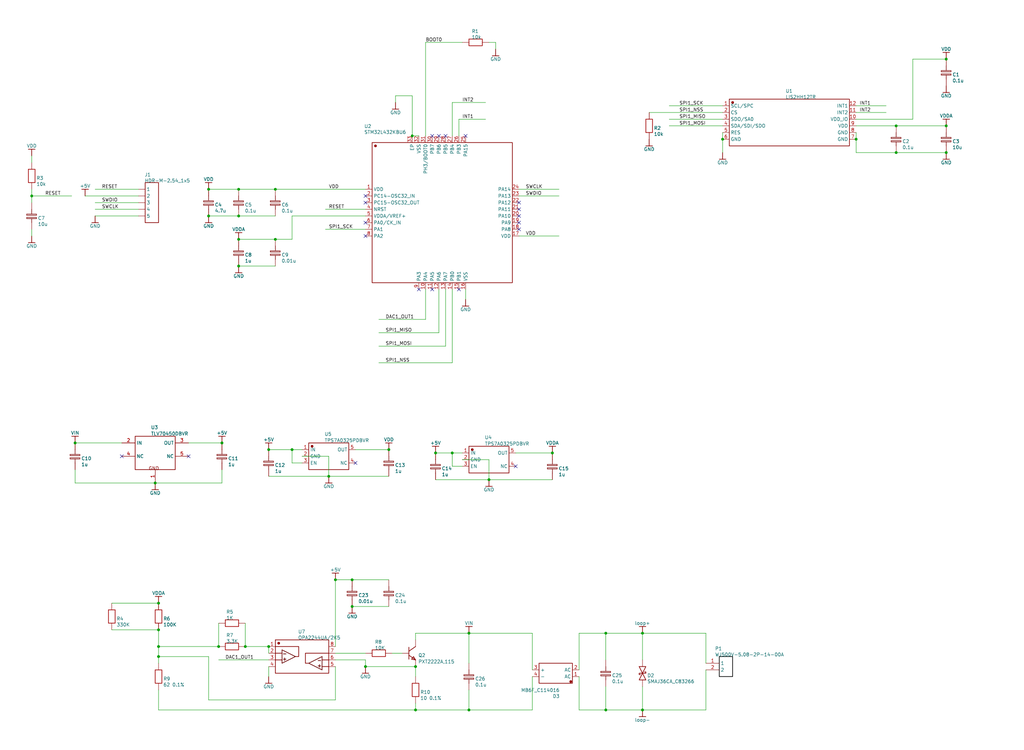
<source format=kicad_sch>
(kicad_sch (version 20231120) (generator "eeschema") (generator_version "8.0")
  (paper "User" 389.636 285.445)
  (lib_symbols
    (symbol "vibration_detection_v02-altium-import:+5V_BAR" (power)
      (property "Reference" "#PWR" (at 0 0 0))
      (property "Value" "+5V" (at 0 3.81 0))
      (symbol "+5V_BAR_0_0"
        (pin power_in line (at 0 0 0) (length 0) hide (name "+5V") (number ""))
      )
    )
    (symbol "vibration_detection_v02-altium-import:GND_BAR" (power)
      (property "Reference" "#PWR" (at 0 0 0))
      (property "Value" "GND" (at 0 3.81 0))
      (symbol "GND_BAR_0_0"
        (pin power_in line (at 0 0 0) (length 0) hide (name "GND") (number ""))
      )
    )
    (symbol "vibration_detection_v02-altium-import:VDDA_BAR" (power)
      (property "Reference" "#PWR" (at 0 0 0))
      (property "Value" "VDDA" (at 0 3.81 0))
      (symbol "VDDA_BAR_0_0"
        (pin power_in line (at 0 0 0) (length 0) hide (name "VDDA") (number ""))
      )
    )
    (symbol "vibration_detection_v02-altium-import:VDD_BAR" (power)
      (property "Reference" "#PWR" (at 0 0 0))
      (property "Value" "VDD" (at 0 3.81 0))
      (symbol "VDD_BAR_0_0"
        (pin power_in line (at 0 0 0) (length 0) hide (name "VDD") (number ""))
      )
    )
    (symbol "vibration_detection_v02-altium-import:VIN_BAR" (power)
      (property "Reference" "#PWR" (at 0 0 0))
      (property "Value" "VIN" (at 0 3.81 0))
      (symbol "VIN_BAR_0_0"
        (pin power_in line (at 0 0 0) (length 0) hide (name "VIN") (number ""))
      )
    )
    (symbol "vibration_detection_v02-altium-import:loop+_BAR" (power)
      (property "Reference" "#PWR" (at 0 0 0))
      (property "Value" "loop+" (at 0 3.81 0))
      (symbol "loop+_BAR_0_0"
        (pin power_in line (at 0 0 0) (length 0) hide (name "loop+") (number ""))
      )
    )
    (symbol "vibration_detection_v02-altium-import:loop-_BAR" (power)
      (property "Reference" "#PWR" (at 0 0 0))
      (property "Value" "loop-" (at 0 3.81 0))
      (symbol "loop-_BAR_0_0"
        (pin power_in line (at 0 0 0) (length 0) hide (name "loop-") (number ""))
      )
    )
    (symbol "vibration_detection_v02-altium-import:root_0_10k"
      (symbol "root_0_10k_1_0"
        (pin passive line (at -5.08 0 0) (length 2.54) (name "1") (number "1"))
        (pin passive line (at 5.08 0 180) (length 2.54) (name "2") (number "2"))
      )
    )
    (symbol "vibration_detection_v02-altium-import:root_0_1K"
      (symbol "root_0_1K_1_0"
        (pin passive line (at -5.08 0 0) (length 2.54) (name "1") (number "1"))
        (pin passive line (at 5.08 0 180) (length 2.54) (name "2") (number "2"))
      )
    )
    (symbol "vibration_detection_v02-altium-import:root_0_3.3K"
      (symbol "root_0_3.3K_1_0"
        (pin passive line (at -5.08 0 0) (length 2.54) (name "1") (number "1"))
        (pin passive line (at 5.08 0 180) (length 2.54) (name "2") (number "2"))
      )
    )
    (symbol "vibration_detection_v02-altium-import:root_0_HDR-M-2.54_1x5"
      (symbol "root_0_HDR-M-2.54_1x5_1_0"
        (pin passive line (at -5.08 5.08 0) (length 2.54) (name "1") (number "1"))
        (pin passive line (at -5.08 2.54 0) (length 2.54) (name "2") (number "2"))
        (pin passive line (at -5.08 0 0) (length 2.54) (name "3") (number "3"))
        (pin passive line (at -5.08 -2.54 0) (length 2.54) (name "4") (number "4"))
        (pin passive line (at -5.08 -5.08 0) (length 2.54) (name "5") (number "5"))
      )
    )
    (symbol "vibration_detection_v02-altium-import:root_0_LIS2HH12TR"
      (symbol "root_0_LIS2HH12TR_1_0"
        (pin passive line (at -25.4 6.35 0) (length 2.54) (name "SCL/SPC") (number "1"))
        (pin passive line (at 25.4 1.27 180) (length 2.54) (name "VDD_IO") (number "10"))
        (pin passive line (at 25.4 3.81 180) (length 2.54) (name "INT2") (number "11"))
        (pin passive line (at 25.4 6.35 180) (length 2.54) (name "INT1") (number "12"))
        (pin passive line (at -25.4 3.81 0) (length 2.54) (name "CS") (number "2"))
        (pin passive line (at -25.4 1.27 0) (length 2.54) (name "SDO/SA0") (number "3"))
        (pin passive line (at -25.4 -1.27 0) (length 2.54) (name "SDA/SDI/SDO") (number "4"))
        (pin passive line (at -25.4 -3.81 0) (length 2.54) (name "RES") (number "5"))
        (pin passive line (at -25.4 -6.35 0) (length 2.54) (name "GND") (number "6"))
        (pin passive line (at 25.4 -6.35 180) (length 2.54) (name "GND") (number "7"))
        (pin passive line (at 25.4 -3.81 180) (length 2.54) (name "GND") (number "8"))
        (pin passive line (at 25.4 -1.27 180) (length 2.54) (name "VDD") (number "9"))
      )
    )
    (symbol "vibration_detection_v02-altium-import:root_0_MB6F_C114016"
      (symbol "root_0_MB6F_C114016_1_0"
        (pin passive line (at 10.16 0 180) (length 2.54) (name "AC") (number "1"))
        (pin passive line (at 10.16 2.54 180) (length 2.54) (name "AC") (number "2"))
        (pin passive line (at -7.62 2.54 0) (length 2.54) (name "+") (number "3"))
        (pin passive line (at -7.62 0 0) (length 2.54) (name "-") (number "4"))
      )
    )
    (symbol "vibration_detection_v02-altium-import:root_0_OPA2244UA/2K5"
      (symbol "root_0_OPA2244UA/2K5_1_0"
        (pin passive line (at -12.7 3.81 0) (length 2.54) (name "OUTA") (number "1"))
        (pin passive line (at -12.7 1.27 0) (length 2.54) (name "INA-") (number "2"))
        (pin passive line (at -12.7 -1.27 0) (length 2.54) (name "INA+") (number "3"))
        (pin passive line (at -12.7 -3.81 0) (length 2.54) (name "V-") (number "4"))
        (pin passive line (at 12.7 -3.81 180) (length 2.54) (name "INB+") (number "5"))
        (pin passive line (at 12.7 -1.27 180) (length 2.54) (name "INB-") (number "6"))
        (pin passive line (at 12.7 1.27 180) (length 2.54) (name "OUTB") (number "7"))
        (pin passive line (at 12.7 3.81 180) (length 2.54) (name "V+") (number "8"))
      )
    )
    (symbol "vibration_detection_v02-altium-import:root_0_PXT2222A,115"
      (symbol "root_0_PXT2222A,115_1_0"
        (pin passive line (at 0 -5.08 90) (length 2.54) (name "E") (number "1"))
        (pin passive line (at 0 5.08 270) (length 2.54) (name "C") (number "2"))
        (pin passive line (at -5.08 0 0) (length 2.54) (name "B") (number "3"))
      )
    )
    (symbol "vibration_detection_v02-altium-import:root_0_STM32L432KBU6"
      (symbol "root_0_STM32L432KBU6_1_0"
        (pin passive line (at -29.21 8.89 0) (length 2.54) (name "VDD") (number "1"))
        (pin passive line (at -6.35 -29.21 90) (length 2.54) (name "PA4") (number "10"))
        (pin passive line (at -3.81 -29.21 90) (length 2.54) (name "PA5") (number "11"))
        (pin passive line (at -1.27 -29.21 90) (length 2.54) (name "PA6") (number "12"))
        (pin passive line (at 1.27 -29.21 90) (length 2.54) (name "PA7") (number "13"))
        (pin passive line (at 3.81 -29.21 90) (length 2.54) (name "PB0") (number "14"))
        (pin passive line (at 6.35 -29.21 90) (length 2.54) (name "PB1") (number "15"))
        (pin passive line (at 8.89 -29.21 90) (length 2.54) (name "VSS") (number "16"))
        (pin passive line (at 29.21 -8.89 180) (length 2.54) (name "VDD") (number "17"))
        (pin passive line (at 29.21 -6.35 180) (length 2.54) (name "PA8") (number "18"))
        (pin passive line (at 29.21 -3.81 180) (length 2.54) (name "PA9") (number "19"))
        (pin passive line (at -29.21 6.35 0) (length 2.54) (name "PC14-OSC32_IN") (number "2"))
        (pin passive line (at 29.21 -1.27 180) (length 2.54) (name "PA10") (number "20"))
        (pin passive line (at 29.21 1.27 180) (length 2.54) (name "PA11") (number "21"))
        (pin passive line (at 29.21 3.81 180) (length 2.54) (name "PA12") (number "22"))
        (pin passive line (at 29.21 6.35 180) (length 2.54) (name "PA13") (number "23"))
        (pin passive line (at 29.21 8.89 180) (length 2.54) (name "PA14") (number "24"))
        (pin passive line (at 8.89 29.21 270) (length 2.54) (name "PA15") (number "25"))
        (pin passive line (at 6.35 29.21 270) (length 2.54) (name "PB3") (number "26"))
        (pin passive line (at 3.81 29.21 270) (length 2.54) (name "PB4") (number "27"))
        (pin passive line (at 1.27 29.21 270) (length 2.54) (name "PB5") (number "28"))
        (pin passive line (at -1.27 29.21 270) (length 2.54) (name "PB6") (number "29"))
        (pin passive line (at -29.21 3.81 0) (length 2.54) (name "PC15-OSC32_OUT") (number "3"))
        (pin passive line (at -3.81 29.21 270) (length 2.54) (name "PB7") (number "30"))
        (pin passive line (at -6.35 29.21 270) (length 2.54) (name "PH3/BOOT0") (number "31"))
        (pin passive line (at -8.89 29.21 270) (length 2.54) (name "VSS") (number "32"))
        (pin passive line (at -11.43 29.21 270) (length 2.54) (name "EP") (number "33"))
        (pin passive line (at -29.21 1.27 0) (length 2.54) (name "NRST") (number "4"))
        (pin passive line (at -29.21 -1.27 0) (length 2.54) (name "VDDA/VREF+") (number "5"))
        (pin passive line (at -29.21 -3.81 0) (length 2.54) (name "PA0/CK_IN") (number "6"))
        (pin passive line (at -29.21 -6.35 0) (length 2.54) (name "PA1") (number "7"))
        (pin passive line (at -29.21 -8.89 0) (length 2.54) (name "PA2") (number "8"))
        (pin passive line (at -8.89 -29.21 90) (length 2.54) (name "PA3") (number "9"))
      )
    )
    (symbol "vibration_detection_v02-altium-import:root_0_TLV70450DBVR"
      (symbol "root_0_TLV70450DBVR_1_0"
        (text "GND" (at -2.54 -4.064 0) (effects (font (size 1.27 1.27)) (justify left bottom)))
        (pin passive line (at 0 -8.89 90) (length 5.08) (name "GND") (number "1"))
        (pin passive line (at -12.7 6.35 0) (length 5.08) (name "IN") (number "2"))
        (pin passive line (at 12.7 6.35 180) (length 5.08) (name "OUT") (number "3"))
        (pin passive line (at -12.7 1.27 0) (length 5.08) (name "NC") (number "4"))
        (pin passive line (at 12.7 1.27 180) (length 5.08) (name "NC") (number "5"))
      )
    )
    (symbol "vibration_detection_v02-altium-import:root_0_TPS7A0325PDBVR"
      (symbol "root_0_TPS7A0325PDBVR_1_0"
        (pin passive line (at -10.16 2.54 0) (length 2.54) (name "IN") (number "1"))
        (pin passive line (at -10.16 0 0) (length 2.54) (name "GND") (number "2"))
        (pin passive line (at -10.16 -2.54 0) (length 2.54) (name "EN") (number "3"))
        (pin passive line (at 10.16 -2.54 180) (length 2.54) (name "NC") (number "4"))
        (pin passive line (at 10.16 2.54 180) (length 2.54) (name "OUT") (number "5"))
      )
    )
    (symbol "vibration_detection_v02-altium-import:root_1_0.01u"
      (symbol "root_1_0.01u_1_0"
        (pin passive line (at 0 -5.08 90) (length 2.54) (name "1") (number "1"))
        (pin passive line (at 0 5.08 270) (length 2.54) (name "2") (number "2"))
      )
    )
    (symbol "vibration_detection_v02-altium-import:root_1_0.1u"
      (symbol "root_1_0.1u_1_0"
        (pin passive line (at 0 -5.08 90) (length 2.54) (name "1") (number "1"))
        (pin passive line (at 0 5.08 270) (length 2.54) (name "2") (number "2"))
      )
    )
    (symbol "vibration_detection_v02-altium-import:root_1_10k"
      (symbol "root_1_10k_1_0"
        (pin passive line (at 0 -5.08 90) (length 2.54) (name "1") (number "1"))
        (pin passive line (at 0 5.08 270) (length 2.54) (name "2") (number "2"))
      )
    )
    (symbol "vibration_detection_v02-altium-import:root_1_10u"
      (symbol "root_1_10u_1_0"
        (pin passive line (at 0 -5.08 90) (length 2.54) (name "1") (number "1"))
        (pin passive line (at 0 5.08 270) (length 2.54) (name "2") (number "2"))
      )
    )
    (symbol "vibration_detection_v02-altium-import:root_1_1u"
      (symbol "root_1_1u_1_0"
        (pin passive line (at 0 -5.08 90) (length 2.54) (name "1") (number "1"))
        (pin passive line (at 0 5.08 270) (length 2.54) (name "2") (number "2"))
      )
    )
    (symbol "vibration_detection_v02-altium-import:root_1_4.7u"
      (symbol "root_1_4.7u_1_0"
        (pin passive line (at 0 -5.08 90) (length 2.54) (name "1") (number "1"))
        (pin passive line (at 0 5.08 270) (length 2.54) (name "2") (number "2"))
      )
    )
    (symbol "vibration_detection_v02-altium-import:root_1_SMAJ36CA_C83266"
      (symbol "root_1_SMAJ36CA_C83266_1_0"
        (pin passive line (at 0 -5.08 90) (length 2.54) (name "K") (number "1"))
        (pin passive line (at 0 5.08 270) (length 2.54) (name "A") (number "2"))
      )
    )
    (symbol "vibration_detection_v02-altium-import:root_2_1k"
      (symbol "root_2_1k_1_0"
        (pin passive line (at 5.08 0 180) (length 2.54) (name "1") (number "1"))
        (pin passive line (at -5.08 0 0) (length 2.54) (name "2") (number "2"))
      )
    )
    (symbol "vibration_detection_v02-altium-import:root_3_10 0.1%"
      (symbol "root_3_10 0.1%_1_0"
        (pin passive line (at 0 5.08 270) (length 2.54) (name "1") (number "1"))
        (pin passive line (at 0 -5.08 90) (length 2.54) (name "2") (number "2"))
      )
    )
    (symbol "vibration_detection_v02-altium-import:root_3_100K"
      (symbol "root_3_100K_1_0"
        (pin passive line (at 0 5.08 270) (length 2.54) (name "1") (number "1"))
        (pin passive line (at 0 -5.08 90) (length 2.54) (name "2") (number "2"))
      )
    )
    (symbol "vibration_detection_v02-altium-import:root_3_330K"
      (symbol "root_3_330K_1_0"
        (pin passive line (at 0 5.08 270) (length 2.54) (name "1") (number "1"))
        (pin passive line (at 0 -5.08 90) (length 2.54) (name "2") (number "2"))
      )
    )
    (symbol "vibration_detection_v02-altium-import:root_3_62 0.1%"
      (symbol "root_3_62 0.1%_1_0"
        (pin passive line (at 0 5.08 270) (length 2.54) (name "1") (number "1"))
        (pin passive line (at 0 -5.08 90) (length 2.54) (name "2") (number "2"))
      )
    )
    (symbol "vibration_detection_v02-altium-import:root_3_WJ500V-5.08-2P-14-00A"
      (symbol "root_3_WJ500V-5.08-2P-14-00A_1_0"
        (pin passive line (at -5.08 1.27 0) (length 5.08) (name "1") (number "1"))
        (pin passive line (at -5.08 -1.27 0) (length 5.08) (name "2") (number "2"))
      )
    )
  )
  (junction (at 59.055 183.7812))
  (junction (at 244.475 270.1412))
  (junction (at 360.045 22.4912))
  (junction (at 178.435 240.9312))
  (junction (at 102.235 246.0112))
  (junction (at 93.345 246.0112))
  (junction (at 139.065 253.6312))
  (junction (at 90.805 72.0212))
  (junction (at 133.985 220.6112))
  (junction (at 340.995 58.0512))
  (junction (at 60.325 246.0112))
  (junction (at 28.575 168.5412))
  (junction (at 230.505 240.9312))
  (junction (at 84.455 168.5412))
  (junction (at 102.235 171.0812))
  (junction (at 340.995 47.8912))
  (junction (at 127.635 220.6112))
  (junction (at 79.375 72.0212))
  (junction (at 210.185 172.3512))
  (junction (at 12.065 74.5612))
  (junction (at 90.805 82.1812))
  (junction (at 104.775 72.0212))
  (junction (at 133.985 230.7712))
  (junction (at 325.755 52.9712))
  (junction (at 158.115 253.6312))
  (junction (at 230.505 270.1412))
  (junction (at 158.115 270.1412))
  (junction (at 178.435 270.1412))
  (junction (at 360.045 47.8912))
  (junction (at 172.085 172.3512))
  (junction (at 360.045 58.0512))
  (junction (at 60.325 229.5012))
  (junction (at 274.955 52.9712))
  (junction (at 244.475 240.9312))
  (junction (at 60.325 249.8212))
  (junction (at 147.955 171.0812))
  (junction (at 186.055 182.5112))
  (junction (at 125.095 181.2412))
  (junction (at 165.735 172.3512))
  (junction (at 90.805 91.0712))
  (junction (at 90.805 101.2312))
  (junction (at 111.125 171.0812))
  (junction (at 60.325 239.6612))
  (junction (at 156.845 51.7012))
  (junction (at 83.185 246.0112))
  (junction (at 104.775 91.0712))
  (junction (at 79.375 82.1812))
  (no_connect (at 164.465 110.1212))
  (no_connect (at 197.485 77.1012))
  (no_connect (at 139.065 74.5612))
  (no_connect (at 159.385 110.1212))
  (no_connect (at 167.005 51.7012))
  (no_connect (at 46.355 173.6212))
  (no_connect (at 196.215 177.4312))
  (no_connect (at 169.545 51.7012))
  (no_connect (at 71.755 173.6212))
  (no_connect (at 197.485 82.1812))
  (no_connect (at 139.065 84.7212))
  (no_connect (at 135.255 176.1612))
  (no_connect (at 139.065 77.1012))
  (no_connect (at 164.465 51.7012))
  (no_connect (at 177.165 51.7012))
  (no_connect (at 197.485 84.7212))
  (no_connect (at 174.625 110.1212))
  (no_connect (at 197.485 87.2612))
  (no_connect (at 197.485 79.6412))
  (no_connect (at 139.065 89.8012))
  (wire (pts (xy 125.095 181.2412) (xy 147.955 181.2412)))
  (wire (pts (xy 60.325 249.8212) (xy 60.325 252.3612)))
  (wire (pts (xy 167.005 110.1212) (xy 167.005 126.6312)))
  (wire (pts (xy 268.605 240.9312) (xy 244.475 240.9312)))
  (wire (pts (xy 147.955 230.7712) (xy 133.985 230.7712)))
  (wire (pts (xy 104.775 72.0212) (xy 139.065 72.0212)))
  (wire (pts (xy 161.925 110.1212) (xy 161.925 121.5512)))
  (wire (pts (xy 158.115 253.6312) (xy 158.115 257.4412)))
  (wire (pts (xy 12.065 89.8012) (xy 12.065 87.2612)))
  (wire (pts (xy 210.185 172.3512) (xy 196.215 172.3512)))
  (wire (pts (xy 174.625 45.3512) (xy 184.785 45.3512)))
  (wire (pts (xy 169.545 110.1212) (xy 169.545 131.7112)))
  (wire (pts (xy 60.325 262.5212) (xy 60.325 270.1412)))
  (wire (pts (xy 52.705 79.6412) (xy 36.195 79.6412)))
  (wire (pts (xy 230.505 270.1412) (xy 244.475 270.1412)))
  (wire (pts (xy 325.755 42.8112) (xy 337.185 42.8112)))
  (wire (pts (xy 172.085 39.0012) (xy 184.785 39.0012)))
  (wire (pts (xy 93.345 246.0112) (xy 102.235 246.0112)))
  (wire (pts (xy 114.935 176.1612) (xy 111.125 176.1612)))
  (wire (pts (xy 268.605 252.3612) (xy 268.605 240.9312)))
  (wire (pts (xy 125.095 173.6212) (xy 125.095 181.2412)))
  (wire (pts (xy 42.545 239.6612) (xy 60.325 239.6612)))
  (wire (pts (xy 28.575 183.7812) (xy 59.055 183.7812)))
  (wire (pts (xy 161.925 121.5512) (xy 144.145 121.5512)))
  (wire (pts (xy 161.925 16.1412) (xy 161.925 51.7012)))
  (wire (pts (xy 158.115 270.1412) (xy 158.115 267.6012)))
  (wire (pts (xy 90.805 91.0712) (xy 104.775 91.0712)))
  (wire (pts (xy 156.845 51.7012) (xy 159.385 51.7012)))
  (wire (pts (xy 139.065 251.0912) (xy 139.065 253.6312)))
  (wire (pts (xy 139.065 253.6312) (xy 158.115 253.6312)))
  (wire (pts (xy 325.755 52.9712) (xy 325.755 58.0512)))
  (wire (pts (xy 202.565 254.9012) (xy 202.565 240.9312)))
  (wire (pts (xy 12.065 74.5612) (xy 12.065 72.0212)))
  (wire (pts (xy 147.955 220.6112) (xy 133.985 220.6112)))
  (wire (pts (xy 127.635 251.0912) (xy 139.065 251.0912)))
  (wire (pts (xy 111.125 82.1812) (xy 139.065 82.1812)))
  (wire (pts (xy 83.185 237.1212) (xy 83.185 246.0112)))
  (wire (pts (xy 274.955 52.9712) (xy 274.955 50.4312)))
  (wire (pts (xy 28.575 168.5412) (xy 46.355 168.5412)))
  (wire (pts (xy 220.345 257.4412) (xy 220.345 270.1412)))
  (wire (pts (xy 60.325 270.1412) (xy 158.115 270.1412)))
  (wire (pts (xy 274.955 47.8912) (xy 254.635 47.8912)))
  (wire (pts (xy 178.435 240.9312) (xy 158.115 240.9312)))
  (wire (pts (xy 79.375 249.8212) (xy 79.375 266.3312)))
  (wire (pts (xy 340.995 47.8912) (xy 325.755 47.8912)))
  (wire (pts (xy 71.755 168.5412) (xy 84.455 168.5412)))
  (wire (pts (xy 93.345 237.1212) (xy 93.345 246.0112)))
  (wire (pts (xy 104.775 91.0712) (xy 111.125 91.0712)))
  (wire (pts (xy 79.375 266.3312) (xy 127.635 266.3312)))
  (wire (pts (xy 212.725 89.8012) (xy 197.485 89.8012)))
  (wire (pts (xy 123.825 79.6412) (xy 139.065 79.6412)))
  (wire (pts (xy 202.565 257.4412) (xy 202.565 270.1412)))
  (wire (pts (xy 156.845 36.4612) (xy 156.845 51.7012)))
  (wire (pts (xy 177.165 113.9312) (xy 177.165 110.1212)))
  (wire (pts (xy 102.235 181.2412) (xy 125.095 181.2412)))
  (wire (pts (xy 84.455 183.7812) (xy 84.455 178.7012)))
  (wire (pts (xy 12.065 77.1012) (xy 12.065 74.5612)))
  (wire (pts (xy 167.005 126.6312) (xy 144.145 126.6312)))
  (wire (pts (xy 90.805 82.1812) (xy 104.775 82.1812)))
  (wire (pts (xy 197.485 74.5612) (xy 212.725 74.5612)))
  (wire (pts (xy 325.755 58.0512) (xy 340.995 58.0512)))
  (wire (pts (xy 90.805 72.0212) (xy 104.775 72.0212)))
  (wire (pts (xy 153.035 248.5512) (xy 149.225 248.5512)))
  (wire (pts (xy 325.755 45.3512) (xy 347.345 45.3512)))
  (wire (pts (xy 175.895 174.8912) (xy 186.055 174.8912)))
  (wire (pts (xy 347.345 22.4912) (xy 360.045 22.4912)))
  (wire (pts (xy 135.255 171.0812) (xy 147.955 171.0812)))
  (wire (pts (xy 172.085 51.7012) (xy 172.085 39.0012)))
  (wire (pts (xy 52.705 82.1812) (xy 36.195 82.1812)))
  (wire (pts (xy 12.065 61.8612) (xy 12.065 59.3212)))
  (wire (pts (xy 60.325 249.8212) (xy 79.375 249.8212)))
  (wire (pts (xy 188.595 16.1412) (xy 188.595 18.6812)))
  (wire (pts (xy 186.055 16.1412) (xy 188.595 16.1412)))
  (wire (pts (xy 172.085 110.1212) (xy 172.085 138.0612)))
  (wire (pts (xy 244.475 270.1412) (xy 244.475 261.2512)))
  (wire (pts (xy 175.895 16.1412) (xy 161.925 16.1412)))
  (wire (pts (xy 36.195 72.0212) (xy 52.705 72.0212)))
  (wire (pts (xy 139.065 87.2612) (xy 123.825 87.2612)))
  (wire (pts (xy 127.635 220.6112) (xy 127.635 246.0112)))
  (wire (pts (xy 114.935 173.6212) (xy 125.095 173.6212)))
  (wire (pts (xy 102.235 246.0112) (xy 102.235 248.5512)))
  (wire (pts (xy 60.325 246.0112) (xy 60.325 249.8212)))
  (wire (pts (xy 165.735 172.3512) (xy 172.085 172.3512)))
  (wire (pts (xy 28.575 178.7012) (xy 28.575 183.7812)))
  (wire (pts (xy 52.705 77.1012) (xy 36.195 77.1012)))
  (wire (pts (xy 325.755 50.4312) (xy 325.755 52.9712)))
  (wire (pts (xy 244.475 240.9312) (xy 244.475 251.0912)))
  (wire (pts (xy 102.235 253.6312) (xy 102.235 257.4412)))
  (wire (pts (xy 83.185 251.0912) (xy 102.235 251.0912)))
  (wire (pts (xy 111.125 171.0812) (xy 114.935 171.0812)))
  (wire (pts (xy 274.955 45.3512) (xy 254.635 45.3512)))
  (wire (pts (xy 202.565 240.9312) (xy 178.435 240.9312)))
  (wire (pts (xy 274.955 58.0512) (xy 274.955 52.9712)))
  (wire (pts (xy 340.995 58.0512) (xy 360.045 58.0512)))
  (wire (pts (xy 133.985 220.6112) (xy 127.635 220.6112)))
  (wire (pts (xy 230.505 240.9312) (xy 244.475 240.9312)))
  (wire (pts (xy 325.755 40.2712) (xy 337.185 40.2712)))
  (wire (pts (xy 220.345 240.9312) (xy 230.505 240.9312)))
  (wire (pts (xy 174.625 51.7012) (xy 174.625 45.3512)))
  (wire (pts (xy 158.115 240.9312) (xy 158.115 243.4712)))
  (wire (pts (xy 175.895 177.4312) (xy 172.085 177.4312)))
  (wire (pts (xy 90.805 101.2312) (xy 104.775 101.2312)))
  (wire (pts (xy 60.325 239.6612) (xy 60.325 246.0112)))
  (wire (pts (xy 202.565 270.1412) (xy 178.435 270.1412)))
  (wire (pts (xy 220.345 254.9012) (xy 220.345 240.9312)))
  (wire (pts (xy 79.375 72.0212) (xy 90.805 72.0212)))
  (wire (pts (xy 178.435 270.1412) (xy 158.115 270.1412)))
  (wire (pts (xy 79.375 82.1812) (xy 90.805 82.1812)))
  (wire (pts (xy 139.065 248.5512) (xy 127.635 248.5512)))
  (wire (pts (xy 268.605 254.9012) (xy 268.605 270.1412)))
  (wire (pts (xy 169.545 131.7112) (xy 144.145 131.7112)))
  (wire (pts (xy 274.955 40.2712) (xy 254.635 40.2712)))
  (wire (pts (xy 111.125 176.1612) (xy 111.125 171.0812)))
  (wire (pts (xy 268.605 270.1412) (xy 244.475 270.1412)))
  (wire (pts (xy 59.055 183.7812) (xy 84.455 183.7812)))
  (wire (pts (xy 172.085 138.0612) (xy 144.145 138.0612)))
  (wire (pts (xy 210.185 182.5112) (xy 186.055 182.5112)))
  (wire (pts (xy 178.435 262.5212) (xy 178.435 270.1412)))
  (wire (pts (xy 230.505 261.2512) (xy 230.505 270.1412)))
  (wire (pts (xy 127.635 266.3312) (xy 127.635 253.6312)))
  (wire (pts (xy 102.235 171.0812) (xy 111.125 171.0812)))
  (wire (pts (xy 172.085 177.4312) (xy 172.085 172.3512)))
  (wire (pts (xy 150.495 39.0012) (xy 150.495 36.4612)))
  (wire (pts (xy 247.015 42.8112) (xy 274.955 42.8112)))
  (wire (pts (xy 172.085 172.3512) (xy 175.895 172.3512)))
  (wire (pts (xy 212.725 72.0212) (xy 197.485 72.0212)))
  (wire (pts (xy 186.055 182.5112) (xy 165.735 182.5112)))
  (wire (pts (xy 42.545 229.5012) (xy 60.325 229.5012)))
  (wire (pts (xy 230.505 251.0912) (xy 230.505 240.9312)))
  (wire (pts (xy 60.325 246.0112) (xy 83.185 246.0112)))
  (wire (pts (xy 150.495 36.4612) (xy 156.845 36.4612)))
  (wire (pts (xy 32.385 74.5612) (xy 52.705 74.5612)))
  (wire (pts (xy 347.345 45.3512) (xy 347.345 22.4912)))
  (wire (pts (xy 220.345 270.1412) (xy 230.505 270.1412)))
  (wire (pts (xy 111.125 91.0712) (xy 111.125 82.1812)))
  (wire (pts (xy 186.055 174.8912) (xy 186.055 182.5112)))
  (wire (pts (xy 360.045 47.8912) (xy 340.995 47.8912)))
  (wire (pts (xy 27.305 74.5612) (xy 12.065 74.5612)))
  (wire (pts (xy 178.435 252.3612) (xy 178.435 240.9312)))
  (label "SPI1_SCK" (at 125.095 87.2612 0))
  (label "DAC1_OUT1" (at 85.725 251.0912 0))
  (label "SPI1_MOSI" (at 146.685 131.7112 0))
  (label "RESET" (at 17.145 74.5612 0))
  (label "SPI1_SCK" (at 258.445 40.2712 0))
  (label "SPI1_NSS" (at 258.445 42.8112 0))
  (label "INT1" (at 175.895 45.3512 0))
  (label "INT2" (at 327.025 42.8112 0))
  (label "SWCLK" (at 200.025 72.0212 0))
  (label "VDD" (at 200.025 89.8012 0))
  (label "BOOT0" (at 161.925 16.1412 0))
  (label "VDD" (at 125.095 72.0212 0))
  (label "SWDIO" (at 38.735 77.1012 0))
  (label "RESET" (at 125.095 79.6412 0))
  (label "SPI1_NSS" (at 146.685 138.0612 0))
  (label "SWDIO" (at 200.025 74.5612 0))
  (label "DAC1_OUT1" (at 146.685 121.5512 0))
  (label "SWCLK" (at 38.735 79.6412 0))
  (label "SPI1_MOSI" (at 258.445 47.8912 0))
  (label "INT1" (at 327.025 40.2712 0))
  (label "SPI1_MISO" (at 258.445 45.3512 0))
  (label "RESET" (at 38.735 72.0212 0))
  (label "INT2" (at 175.895 39.0012 0))
  (label "SPI1_MISO" (at 146.685 126.6312 0))
  (symbol (lib_id "vibration_detection_v02-altium-import:root_0_1K") (at 88.265 237.1212 0) (unit 1)
    (property "Reference" "R5" (at 86.091 233.5492 0) (effects (justify left bottom)))
    (property "Value" "1K" (at 86.091 235.8302 0) (effects (justify left bottom)))
    (property "Footprint" "R0603" (effects (hide yes)))
    (property "NAMEALIAS" "Value(Ω)" (effects (hide yes)))
    (property "CONTRIBUTOR" "LCEDA_Lib" (effects (hide yes)))
    (property "SPICEPRE" "R" (effects (hide yes)))
    (property "SPICESYMBOLNAME" "R_0805_EU" (effects (hide yes)))
  )
  (symbol (lib_id "vibration_detection_v02-altium-import:root_0_MB6F_C114016") (at 210.185 257.4412 0) (unit 1)
    (property "Reference" "D3" (at 212.969 265.6402 0) (effects (justify right bottom)))
    (property "Value" "MB6F_C114016" (at 212.969 263.3592 0) (effects (justify right bottom)))
    (property "Footprint" "MBF_L4.8-W3.9-P2.50-LS6.7-TL" (effects (hide yes)))
    (property "CONTRIBUTOR" "LCSC" (effects (hide yes)))
    (property "SUPPLIER" "LCSC" (effects (hide yes)))
    (property "SUPPLIER PART" "C114016" (effects (hide yes)))
    (property "MANUFACTURER" "MDD(辰达半导体)" (effects (hide yes)))
    (property "MANUFACTURER PART" "MB6F-46MIL" (effects (hide yes)))
    (property "JLCPCB PART CLASS" "Extended Part" (effects (hide yes)))
    (property "SPICEPRE" "D" (effects (hide yes)))
    (property "SPICESYMBOLNAME" "MB6F_C114016" (effects (hide yes)))
  )
  (symbol (lib_id "vibration_detection_v02-altium-import:root_1_1u") (at 84.455 173.6212 0) (unit 1)
    (property "Reference" "C11" (at 86.792 175.1682 0) (effects (justify left bottom)))
    (property "Value" "1u" (at 86.792 177.4542 0) (effects (justify left bottom)))
    (property "Footprint" "C0603" (effects (hide yes)))
    (property "NAMEALIAS" "Value(F)" (effects (hide yes)))
    (property "CONTRIBUTOR" "LCEDA_Lib" (effects (hide yes)))
    (property "SPICEPRE" "C" (effects (hide yes)))
    (property "SPICESYMBOLNAME" "C_0805_EU" (effects (hide yes)))
  )
  (symbol (lib_id "vibration_detection_v02-altium-import:root_0_PXT2222A,115") (at 158.115 248.5512 0) (unit 1)
    (property "Reference" "Q2" (at 159.131 250.0772 0) (effects (justify left bottom)))
    (property "Value" "PXT2222A,115" (at 159.131 252.4832 0) (effects (justify left bottom)))
    (property "Footprint" "SOT-89-3_L4.5-W2.5-P1.50-LS4.1-TR" (effects (hide yes)))
    (property "CONTRIBUTOR" "LCSC" (effects (hide yes)))
    (property "SUPPLIER" "LCSC" (effects (hide yes)))
    (property "SUPPLIER PART" "C426879" (effects (hide yes)))
    (property "MANUFACTURER" "Nexperia(安世)" (effects (hide yes)))
    (property "MANUFACTURER PART" "PXT2222A,115" (effects (hide yes)))
    (property "JLCPCB PART CLASS" "Extended Part" (effects (hide yes)))
    (property "SPICEPRE" "Q" (effects (hide yes)))
    (property "SPICESYMBOLNAME" "PXT2222A,115" (effects (hide yes)))
  )
  (symbol (lib_id "vibration_detection_v02-altium-import:+5V_BAR") (at 165.735 172.3512 180) (unit 1)
    (property "Reference" "#PWR?" (effects (hide yes)))
    (property "Value" "+5V" (at 165.735 168.5412 0))
  )
  (symbol (lib_id "vibration_detection_v02-altium-import:+5V_BAR") (at 102.235 171.0812 180) (unit 1)
    (property "Reference" "#PWR?" (effects (hide yes)))
    (property "Value" "+5V" (at 102.235 167.2712 0))
  )
  (symbol (lib_id "vibration_detection_v02-altium-import:root_0_TPS7A0325PDBVR") (at 125.095 173.6212 0) (unit 1)
    (property "Reference" "U5" (at 123.454 165.8912 0) (effects (justify left bottom)))
    (property "Value" "TPS7A0325PDBVR" (at 123.454 168.2972 0) (effects (justify left bottom)))
    (property "Footprint" "SOT-23-5_L2.9-W1.6-P0.95-LS2.8-BR" (effects (hide yes)))
    (property "CONTRIBUTOR" "lcsc" (effects (hide yes)))
    (property "SUPPLIER" "LCSC" (effects (hide yes)))
    (property "SUPPLIER PART" "C3748945" (effects (hide yes)))
    (property "MANUFACTURER" "TI(德州仪器)" (effects (hide yes)))
    (property "MANUFACTURER PART" "TPS7A0325PDBVR" (effects (hide yes)))
    (property "JLCPCB PART CLASS" "Extended Part" (effects (hide yes)))
    (property "SPICEPRE" "U" (effects (hide yes)))
    (property "SPICESYMBOLNAME" "TPS7A0325PDBVR" (effects (hide yes)))
  )
  (symbol (lib_id "vibration_detection_v02-altium-import:root_2_1k") (at 144.145 248.5512 0) (unit 1)
    (property "Reference" "R8" (at 142.631 244.9922 0) (effects (justify left bottom)))
    (property "Value" "10K" (at 142.631 247.2602 0) (effects (justify left bottom)))
    (property "Footprint" "R0603" (effects (hide yes)))
    (property "NAMEALIAS" "Value(Ω)" (effects (hide yes)))
    (property "CONTRIBUTOR" "LCEDA_Lib" (effects (hide yes)))
    (property "SPICEPRE" "R" (effects (hide yes)))
    (property "SPICESYMBOLNAME" "R_0805_EU" (effects (hide yes)))
  )
  (symbol (lib_id "vibration_detection_v02-altium-import:GND_BAR") (at 186.055 182.5112 0) (unit 1)
    (property "Reference" "#PWR?" (effects (hide yes)))
    (property "Value" "GND" (at 186.055 186.3212 0))
  )
  (symbol (lib_id "vibration_detection_v02-altium-import:root_1_0.1u") (at 104.775 77.1012 0) (unit 1)
    (property "Reference" "C6" (at 107.112 78.6482 0) (effects (justify left bottom)))
    (property "Value" "0.1u" (at 107.112 80.9342 0) (effects (justify left bottom)))
    (property "Footprint" "C0603" (effects (hide yes)))
    (property "NAMEALIAS" "Value(F)" (effects (hide yes)))
    (property "CONTRIBUTOR" "LCEDA_Lib" (effects (hide yes)))
    (property "SPICEPRE" "C" (effects (hide yes)))
    (property "SPICESYMBOLNAME" "C_0805_EU" (effects (hide yes)))
  )
  (symbol (lib_id "vibration_detection_v02-altium-import:GND_BAR") (at 133.985 230.7712 0) (unit 1)
    (property "Reference" "#PWR?" (effects (hide yes)))
    (property "Value" "GND" (at 133.985 234.5812 0))
  )
  (symbol (lib_id "vibration_detection_v02-altium-import:root_1_10k") (at 12.065 66.9412 0) (unit 1)
    (property "Reference" "R3" (at 13.843 68.4882 0) (effects (justify left bottom)))
    (property "Value" "10k" (at 13.843 70.7742 0) (effects (justify left bottom)))
    (property "Footprint" "R0603" (effects (hide yes)))
    (property "NAMEALIAS" "Value(Ω)" (effects (hide yes)))
    (property "CONTRIBUTOR" "LCEDA_Lib" (effects (hide yes)))
    (property "SPICEPRE" "R" (effects (hide yes)))
    (property "SPICESYMBOLNAME" "R_0805_EU" (effects (hide yes)))
  )
  (symbol (lib_id "vibration_detection_v02-altium-import:+5V_BAR") (at 32.385 74.5612 180) (unit 1)
    (property "Reference" "#PWR?" (effects (hide yes)))
    (property "Value" "+5V" (at 32.385 70.7512 0))
  )
  (symbol (lib_id "vibration_detection_v02-altium-import:root_0_HDR-M-2.54_1x5") (at 57.785 77.1012 0) (unit 1)
    (property "Reference" "J1" (at 55.004 67.2002 0) (effects (justify left bottom)))
    (property "Value" "HDR-M-2.54_1x5" (at 55.004 69.4602 0) (effects (justify left bottom)))
    (property "Footprint" "HDR-M-2.54_1X5" (effects (hide yes)))
    (property "SUPPLIER PART" "C358687" (effects (hide yes)))
    (property "SUPPLIER" "LCSC" (effects (hide yes)))
    (property "CONTRIBUTOR" "LCEDA_Lib" (effects (hide yes)))
    (property "SPICEPRE" "J" (effects (hide yes)))
    (property "SPICESYMBOLNAME" "HDR-M-2.54_1x5" (effects (hide yes)))
  )
  (symbol (lib_id "vibration_detection_v02-altium-import:GND_BAR") (at 125.095 181.2412 0) (unit 1)
    (property "Reference" "#PWR?" (effects (hide yes)))
    (property "Value" "GND" (at 125.095 185.0512 0))
  )
  (symbol (lib_id "vibration_detection_v02-altium-import:root_3_330K") (at 42.545 234.5812 0) (unit 1)
    (property "Reference" "R4" (at 44.323 236.1482 0) (effects (justify left bottom)))
    (property "Value" "330K" (at 44.323 238.4162 0) (effects (justify left bottom)))
    (property "Footprint" "R0603" (effects (hide yes)))
    (property "NAMEALIAS" "Value(Ω)" (effects (hide yes)))
    (property "CONTRIBUTOR" "LCEDA_Lib" (effects (hide yes)))
    (property "SPICEPRE" "R" (effects (hide yes)))
    (property "SPICESYMBOLNAME" "R_0805_EU" (effects (hide yes)))
  )
  (symbol (lib_id "vibration_detection_v02-altium-import:+5V_BAR") (at 127.635 220.6112 180) (unit 1)
    (property "Reference" "#PWR?" (effects (hide yes)))
    (property "Value" "+5V" (at 127.635 216.8012 0))
  )
  (symbol (lib_id "vibration_detection_v02-altium-import:root_0_TLV70450DBVR") (at 59.055 174.8912 0) (unit 1)
    (property "Reference" "U3" (at 57.414 163.3512 0) (effects (justify left bottom)))
    (property "Value" "TLV70450DBVR" (at 57.414 165.7572 0) (effects (justify left bottom)))
    (property "Footprint" "SOT-23-5_L3.0-W1.7-P0.95-LS2.8-BR" (effects (hide yes)))
    (property "SUPPLIER" "LCSC" (effects (hide yes)))
    (property "MANUFACTURER" "TI(德州仪器)" (effects (hide yes)))
    (property "MANUFACTURER PART" "TLV70450DBVR" (effects (hide yes)))
    (property "SUPPLIER PART" "C91672" (effects (hide yes)))
    (property "JLCPCB PART CLASS" "Extended Part" (effects (hide yes)))
    (property "SPICEPRE" "U" (effects (hide yes)))
    (property "SPICESYMBOLNAME" "TLV70450DBVR" (effects (hide yes)))
  )
  (symbol (lib_id "vibration_detection_v02-altium-import:root_1_1u") (at 102.235 176.1612 0) (unit 1)
    (property "Reference" "C12" (at 104.572 177.7082 0) (effects (justify left bottom)))
    (property "Value" "1u" (at 104.572 179.9942 0) (effects (justify left bottom)))
    (property "Footprint" "C0603" (effects (hide yes)))
    (property "NAMEALIAS" "Value(F)" (effects (hide yes)))
    (property "CONTRIBUTOR" "LCEDA_Lib" (effects (hide yes)))
    (property "SPICEPRE" "C" (effects (hide yes)))
    (property "SPICESYMBOLNAME" "C_0805_EU" (effects (hide yes)))
  )
  (symbol (lib_id "vibration_detection_v02-altium-import:GND_BAR") (at 59.055 183.7812 0) (unit 1)
    (property "Reference" "#PWR?" (effects (hide yes)))
    (property "Value" "GND" (at 59.055 187.5912 0))
  )
  (symbol (lib_id "vibration_detection_v02-altium-import:GND_BAR") (at 360.045 32.6512 0) (unit 1)
    (property "Reference" "#PWR?" (effects (hide yes)))
    (property "Value" "GND" (at 360.045 36.4612 0))
  )
  (symbol (lib_id "vibration_detection_v02-altium-import:root_1_0.1u") (at 360.045 27.5712 0) (unit 1)
    (property "Reference" "C1" (at 362.382 29.1182 0) (effects (justify left bottom)))
    (property "Value" "0.1u" (at 362.382 31.4042 0) (effects (justify left bottom)))
    (property "Footprint" "C0603" (effects (hide yes)))
    (property "NAMEALIAS" "Value(F)" (effects (hide yes)))
    (property "CONTRIBUTOR" "LCEDA_Lib" (effects (hide yes)))
    (property "SPICEPRE" "C" (effects (hide yes)))
    (property "SPICESYMBOLNAME" "C_0805_EU" (effects (hide yes)))
  )
  (symbol (lib_id "vibration_detection_v02-altium-import:VDD_BAR") (at 360.045 22.4912 180) (unit 1)
    (property "Reference" "#PWR?" (effects (hide yes)))
    (property "Value" "VDD" (at 360.045 18.6812 0))
  )
  (symbol (lib_id "vibration_detection_v02-altium-import:root_3_10 0.1%") (at 158.115 262.5212 0) (unit 1)
    (property "Reference" "R10" (at 159.893 264.0882 0) (effects (justify left bottom)))
    (property "Value" "10 0.1%" (at 159.893 266.3562 0) (effects (justify left bottom)))
    (property "Footprint" "R0603" (effects (hide yes)))
    (property "NAMEALIAS" "Value(Ω)" (effects (hide yes)))
    (property "CONTRIBUTOR" "LCEDA_Lib" (effects (hide yes)))
    (property "SPICEPRE" "R" (effects (hide yes)))
    (property "SPICESYMBOLNAME" "R_0805_EU" (effects (hide yes)))
  )
  (symbol (lib_id "vibration_detection_v02-altium-import:VDD_BAR") (at 147.955 171.0812 180) (unit 1)
    (property "Reference" "#PWR?" (effects (hide yes)))
    (property "Value" "VDD" (at 147.955 167.2712 0))
  )
  (symbol (lib_id "vibration_detection_v02-altium-import:VDDA_BAR") (at 360.045 47.8912 180) (unit 1)
    (property "Reference" "#PWR?" (effects (hide yes)))
    (property "Value" "VDDA" (at 360.045 44.0812 0))
  )
  (symbol (lib_id "vibration_detection_v02-altium-import:root_1_1u") (at 147.955 176.1612 0) (unit 1)
    (property "Reference" "C13" (at 150.292 177.7082 0) (effects (justify left bottom)))
    (property "Value" "1u" (at 150.292 179.9942 0) (effects (justify left bottom)))
    (property "Footprint" "C0603" (effects (hide yes)))
    (property "NAMEALIAS" "Value(F)" (effects (hide yes)))
    (property "CONTRIBUTOR" "LCEDA_Lib" (effects (hide yes)))
    (property "SPICEPRE" "C" (effects (hide yes)))
    (property "SPICESYMBOLNAME" "C_0805_EU" (effects (hide yes)))
  )
  (symbol (lib_id "vibration_detection_v02-altium-import:VDDA_BAR") (at 60.325 229.5012 180) (unit 1)
    (property "Reference" "#PWR?" (effects (hide yes)))
    (property "Value" "VDDA" (at 60.325 225.6912 0))
  )
  (symbol (lib_id "vibration_detection_v02-altium-import:root_1_0.1u") (at 90.805 77.1012 0) (unit 1)
    (property "Reference" "C5" (at 93.142 78.6482 0) (effects (justify left bottom)))
    (property "Value" "0.1u" (at 93.142 80.9342 0) (effects (justify left bottom)))
    (property "Footprint" "C0603" (effects (hide yes)))
    (property "NAMEALIAS" "Value(F)" (effects (hide yes)))
    (property "CONTRIBUTOR" "LCEDA_Lib" (effects (hide yes)))
    (property "SPICEPRE" "C" (effects (hide yes)))
    (property "SPICESYMBOLNAME" "C_0805_EU" (effects (hide yes)))
  )
  (symbol (lib_id "vibration_detection_v02-altium-import:GND_BAR") (at 247.015 52.9712 0) (unit 1)
    (property "Reference" "#PWR?" (effects (hide yes)))
    (property "Value" "GND" (at 247.015 56.7812 0))
  )
  (symbol (lib_id "vibration_detection_v02-altium-import:root_3_62 0.1%") (at 60.325 257.4412 0) (unit 1)
    (property "Reference" "R9" (at 62.103 259.0082 0) (effects (justify left bottom)))
    (property "Value" "62 0.1%" (at 62.103 261.2762 0) (effects (justify left bottom)))
    (property "Footprint" "R0603" (effects (hide yes)))
    (property "NAMEALIAS" "Value(Ω)" (effects (hide yes)))
    (property "CONTRIBUTOR" "LCEDA_Lib" (effects (hide yes)))
    (property "SPICEPRE" "R" (effects (hide yes)))
    (property "SPICESYMBOLNAME" "R_0805_EU" (effects (hide yes)))
  )
  (symbol (lib_id "vibration_detection_v02-altium-import:root_1_1u") (at 28.575 173.6212 0) (unit 1)
    (property "Reference" "C10" (at 30.912 175.1682 0) (effects (justify left bottom)))
    (property "Value" "1u" (at 30.912 177.4542 0) (effects (justify left bottom)))
    (property "Footprint" "C0603" (effects (hide yes)))
    (property "NAMEALIAS" "Value(F)" (effects (hide yes)))
    (property "CONTRIBUTOR" "LCEDA_Lib" (effects (hide yes)))
    (property "SPICEPRE" "C" (effects (hide yes)))
    (property "SPICESYMBOLNAME" "C_0805_EU" (effects (hide yes)))
  )
  (symbol (lib_id "vibration_detection_v02-altium-import:loop+_BAR") (at 244.475 240.9312 180) (unit 1)
    (property "Reference" "#PWR?" (effects (hide yes)))
    (property "Value" "loop+" (at 244.475 237.1212 0))
  )
  (symbol (lib_id "vibration_detection_v02-altium-import:VDDA_BAR") (at 210.185 172.3512 180) (unit 1)
    (property "Reference" "#PWR?" (effects (hide yes)))
    (property "Value" "VDDA" (at 210.185 168.5412 0))
  )
  (symbol (lib_id "vibration_detection_v02-altium-import:+5V_BAR") (at 84.455 168.5412 180) (unit 1)
    (property "Reference" "#PWR?" (effects (hide yes)))
    (property "Value" "+5V" (at 84.455 164.7312 0))
  )
  (symbol (lib_id "vibration_detection_v02-altium-import:GND_BAR") (at 360.045 58.0512 0) (unit 1)
    (property "Reference" "#PWR?" (effects (hide yes)))
    (property "Value" "GND" (at 360.045 61.8612 0))
  )
  (symbol (lib_id "vibration_detection_v02-altium-import:root_0_OPA2244UA/2K5") (at 114.935 249.8212 0) (unit 1)
    (property "Reference" "U7" (at 113.401 241.0812 0) (effects (justify left bottom)))
    (property "Value" "OPA2244UA/2K5" (at 113.401 243.3672 0) (effects (justify left bottom)))
    (property "Footprint" "SOIC-8_L5.0-W4.0-P1.27-LS6.0-BL" (effects (hide yes)))
    (property "CONTRIBUTOR" "LCSC" (effects (hide yes)))
    (property "SUPPLIER" "LCSC" (effects (hide yes)))
    (property "SUPPLIER PART" "C140283" (effects (hide yes)))
    (property "MANUFACTURER" "TI(德州仪器)" (effects (hide yes)))
    (property "MANUFACTURER PART" "OPA2244UA/2K5" (effects (hide yes)))
    (property "JLCPCB PART CLASS" "Extended Part" (effects (hide yes)))
    (property "SPICEPRE" "U" (effects (hide yes)))
    (property "SPICESYMBOLNAME" "OPA2244UA/2K5" (effects (hide yes)))
  )
  (symbol (lib_id "vibration_detection_v02-altium-import:root_3_100K") (at 60.325 234.5812 0) (unit 1)
    (property "Reference" "R6" (at 62.103 236.1482 0) (effects (justify left bottom)))
    (property "Value" "100K" (at 62.103 238.4162 0) (effects (justify left bottom)))
    (property "Footprint" "R0603" (effects (hide yes)))
    (property "NAMEALIAS" "Value(Ω)" (effects (hide yes)))
    (property "CONTRIBUTOR" "LCEDA_Lib" (effects (hide yes)))
    (property "SPICEPRE" "R" (effects (hide yes)))
    (property "SPICESYMBOLNAME" "R_0805_EU" (effects (hide yes)))
  )
  (symbol (lib_id "vibration_detection_v02-altium-import:root_1_0.1u") (at 230.505 256.1712 0) (unit 1)
    (property "Reference" "C25" (at 232.842 257.7182 0) (effects (justify left bottom)))
    (property "Value" "0.1u" (at 232.842 260.0042 0) (effects (justify left bottom)))
    (property "Footprint" "C0603" (effects (hide yes)))
    (property "NAMEALIAS" "Value(F)" (effects (hide yes)))
    (property "CONTRIBUTOR" "LCEDA_Lib" (effects (hide yes)))
    (property "SPICEPRE" "C" (effects (hide yes)))
    (property "SPICESYMBOLNAME" "C_0805_EU" (effects (hide yes)))
  )
  (symbol (lib_id "vibration_detection_v02-altium-import:root_1_1u") (at 210.185 177.4312 0) (unit 1)
    (property "Reference" "C15" (at 212.522 178.9782 0) (effects (justify left bottom)))
    (property "Value" "1u" (at 212.522 181.2642 0) (effects (justify left bottom)))
    (property "Footprint" "C0603" (effects (hide yes)))
    (property "NAMEALIAS" "Value(F)" (effects (hide yes)))
    (property "CONTRIBUTOR" "LCEDA_Lib" (effects (hide yes)))
    (property "SPICEPRE" "C" (effects (hide yes)))
    (property "SPICESYMBOLNAME" "C_0805_EU" (effects (hide yes)))
  )
  (symbol (lib_id "vibration_detection_v02-altium-import:root_1_1u") (at 90.805 96.1512 0) (unit 1)
    (property "Reference" "C8" (at 93.142 97.6982 0) (effects (justify left bottom)))
    (property "Value" "1u" (at 93.142 99.9842 0) (effects (justify left bottom)))
    (property "Footprint" "C0603" (effects (hide yes)))
    (property "NAMEALIAS" "Value(F)" (effects (hide yes)))
    (property "CONTRIBUTOR" "LCEDA_Lib" (effects (hide yes)))
    (property "SPICEPRE" "C" (effects (hide yes)))
    (property "SPICESYMBOLNAME" "C_0805_EU" (effects (hide yes)))
  )
  (symbol (lib_id "vibration_detection_v02-altium-import:root_3_WJ500V-5.08-2P-14-00A") (at 273.685 253.6312 0) (unit 1)
    (property "Reference" "P1" (at 272.047 247.5192 0) (effects (justify left bottom)))
    (property "Value" "WJ500V-5.08-2P-14-00A" (at 272.047 249.8002 0) (effects (justify left bottom)))
    (property "Footprint" "CONN-TH_2P-P5.00_WJ500V-5.08-2P" (effects (hide yes)))
    (property "SUPPLIER" "LCSC" (effects (hide yes)))
    (property "MANUFACTURER" "KANGNEX(康奈克斯电气)" (effects (hide yes)))
    (property "MANUFACTURER PART" "WJ500V-5.08-2P" (effects (hide yes)))
    (property "SUPPLIER PART" "C8465" (effects (hide yes)))
    (property "JLCPCB PART CLASS" "Extended Part" (effects (hide yes)))
    (property "SPICEPRE" "P" (effects (hide yes)))
    (property "SPICESYMBOLNAME" "WJ500V-5.08-2P-14-00A" (effects (hide yes)))
  )
  (symbol (lib_id "vibration_detection_v02-altium-import:root_0_3.3K") (at 88.265 246.0112 0) (unit 1)
    (property "Reference" "R7" (at 86.091 242.4392 0) (effects (justify left bottom)))
    (property "Value" "3.3K" (at 86.091 244.7202 0) (effects (justify left bottom)))
    (property "Footprint" "R0603" (effects (hide yes)))
    (property "NAMEALIAS" "Value(Ω)" (effects (hide yes)))
    (property "CONTRIBUTOR" "LCEDA_Lib" (effects (hide yes)))
    (property "SPICEPRE" "R" (effects (hide yes)))
    (property "SPICESYMBOLNAME" "R_0805_EU" (effects (hide yes)))
  )
  (symbol (lib_id "vibration_detection_v02-altium-import:root_1_0.1u") (at 178.435 257.4412 0) (unit 1)
    (property "Reference" "C26" (at 180.772 258.9882 0) (effects (justify left bottom)))
    (property "Value" "0.1u" (at 180.772 261.2742 0) (effects (justify left bottom)))
    (property "Footprint" "C0603" (effects (hide yes)))
    (property "NAMEALIAS" "Value(F)" (effects (hide yes)))
    (property "CONTRIBUTOR" "LCEDA_Lib" (effects (hide yes)))
    (property "SPICEPRE" "C" (effects (hide yes)))
    (property "SPICESYMBOLNAME" "C_0805_EU" (effects (hide yes)))
  )
  (symbol (lib_id "vibration_detection_v02-altium-import:root_1_0.1u") (at 147.955 225.6912 0) (unit 1)
    (property "Reference" "C24" (at 150.292 227.2382 0) (effects (justify left bottom)))
    (property "Value" "0.1u" (at 150.292 229.5242 0) (effects (justify left bottom)))
    (property "Footprint" "C0603" (effects (hide yes)))
    (property "NAMEALIAS" "Value(F)" (effects (hide yes)))
    (property "CONTRIBUTOR" "LCEDA_Lib" (effects (hide yes)))
    (property "SPICEPRE" "C" (effects (hide yes)))
    (property "SPICESYMBOLNAME" "C_0805_EU" (effects (hide yes)))
  )
  (symbol (lib_id "vibration_detection_v02-altium-import:GND_BAR") (at 274.955 58.0512 0) (unit 1)
    (property "Reference" "#PWR?" (effects (hide yes)))
    (property "Value" "GND" (at 274.955 61.8612 0))
  )
  (symbol (lib_id "vibration_detection_v02-altium-import:GND_BAR") (at 188.595 18.6812 0) (unit 1)
    (property "Reference" "#PWR?" (effects (hide yes)))
    (property "Value" "GND" (at 188.595 22.4912 0))
  )
  (symbol (lib_id "vibration_detection_v02-altium-import:root_0_LIS2HH12TR") (at 300.355 46.6212 0) (unit 1)
    (property "Reference" "U1" (at 298.877 35.3412 0) (effects (justify left bottom)))
    (property "Value" "LIS2HH12TR" (at 298.877 37.6272 0) (effects (justify left bottom)))
    (property "Footprint" "LGA-12_L2.0-W2.0-P0.50-BL" (effects (hide yes)))
    (property "CONTRIBUTOR" "LCSC" (effects (hide yes)))
    (property "SUPPLIER" "LCSC" (effects (hide yes)))
    (property "SUPPLIER PART" "C221446" (effects (hide yes)))
    (property "MANUFACTURER" "ST(意法半导体)" (effects (hide yes)))
    (property "MANUFACTURER PART" "LIS2HH12TR" (effects (hide yes)))
    (property "JLCPCB PART CLASS" "Extended Part" (effects (hide yes)))
    (property "SPICEPRE" "U" (effects (hide yes)))
    (property "SPICESYMBOLNAME" "LIS2HH12TR" (effects (hide yes)))
  )
  (symbol (lib_id "vibration_detection_v02-altium-import:root_0_TPS7A0325PDBVR") (at 186.055 174.8912 0) (unit 1)
    (property "Reference" "U4" (at 184.414 167.1612 0) (effects (justify left bottom)))
    (property "Value" "TPS7A0325PDBVR" (at 184.414 169.5672 0) (effects (justify left bottom)))
    (property "Footprint" "SOT-23-5_L2.9-W1.6-P0.95-LS2.8-BR" (effects (hide yes)))
    (property "CONTRIBUTOR" "lcsc" (effects (hide yes)))
    (property "SUPPLIER" "LCSC" (effects (hide yes)))
    (property "SUPPLIER PART" "C3748945" (effects (hide yes)))
    (property "MANUFACTURER" "TI(德州仪器)" (effects (hide yes)))
    (property "MANUFACTURER PART" "TPS7A0325PDBVR" (effects (hide yes)))
    (property "JLCPCB PART CLASS" "Extended Part" (effects (hide yes)))
    (property "SPICEPRE" "U" (effects (hide yes)))
    (property "SPICESYMBOLNAME" "TPS7A0325PDBVR" (effects (hide yes)))
  )
  (symbol (lib_id "vibration_detection_v02-altium-import:root_1_0.01u") (at 133.985 225.6912 0) (unit 1)
    (property "Reference" "C23" (at 136.322 227.2382 0) (effects (justify left bottom)))
    (property "Value" "0.01u" (at 136.322 229.5242 0) (effects (justify left bottom)))
    (property "Footprint" "C0603" (effects (hide yes)))
    (property "NAMEALIAS" "Value(F)" (effects (hide yes)))
    (property "CONTRIBUTOR" "LCEDA_Lib" (effects (hide yes)))
    (property "SPICEPRE" "C" (effects (hide yes)))
    (property "SPICESYMBOLNAME" "C_0805_EU" (effects (hide yes)))
  )
  (symbol (lib_id "vibration_detection_v02-altium-import:VIN_BAR") (at 178.435 240.9312 180) (unit 1)
    (property "Reference" "#PWR?" (effects (hide yes)))
    (property "Value" "VIN" (at 178.435 237.1212 0))
  )
  (symbol (lib_id "vibration_detection_v02-altium-import:VDDA_BAR") (at 90.805 91.0712 180) (unit 1)
    (property "Reference" "#PWR?" (effects (hide yes)))
    (property "Value" "VDDA" (at 90.805 87.2612 0))
  )
  (symbol (lib_id "vibration_detection_v02-altium-import:root_1_0.01u") (at 104.775 96.1512 0) (unit 1)
    (property "Reference" "C9" (at 107.112 97.6982 0) (effects (justify left bottom)))
    (property "Value" "0.01u" (at 107.112 99.9842 0) (effects (justify left bottom)))
    (property "Footprint" "C0603" (effects (hide yes)))
    (property "NAMEALIAS" "Value(F)" (effects (hide yes)))
    (property "CONTRIBUTOR" "LCEDA_Lib" (effects (hide yes)))
    (property "SPICEPRE" "C" (effects (hide yes)))
    (property "SPICESYMBOLNAME" "C_0805_EU" (effects (hide yes)))
  )
  (symbol (lib_id "vibration_detection_v02-altium-import:loop-_BAR") (at 244.475 270.1412 0) (unit 1)
    (property "Reference" "#PWR?" (effects (hide yes)))
    (property "Value" "loop-" (at 244.475 273.9512 0))
  )
  (symbol (lib_id "vibration_detection_v02-altium-import:GND_BAR") (at 102.235 257.4412 0) (unit 1)
    (property "Reference" "#PWR?" (effects (hide yes)))
    (property "Value" "GND" (at 102.235 261.2512 0))
  )
  (symbol (lib_id "vibration_detection_v02-altium-import:GND_BAR") (at 177.165 113.9312 0) (unit 1)
    (property "Reference" "#PWR?" (effects (hide yes)))
    (property "Value" "GND" (at 177.165 117.7412 0))
  )
  (symbol (lib_id "vibration_detection_v02-altium-import:root_0_STM32L432KBU6") (at 168.275 80.9112 0) (unit 1)
    (property "Reference" "U2" (at 138.557 48.7772 0) (effects (justify left bottom)))
    (property "Value" "STM32L432KBU6" (at 138.557 51.0052 0) (effects (justify left bottom)))
    (property "Footprint" "UFQFPN-32_L5.0-W5.0-P0.50-TL-EP3.5" (effects (hide yes)))
    (property "SPICEPRE" "X" (effects (hide yes)))
    (property "SUPPLIER PART" "C94784" (effects (hide yes)))
    (property "SUPPLIER" "LCSC" (effects (hide yes)))
    (property "MANUFACTURER" "ST(意法半导体)" (effects (hide yes)))
    (property "MANUFACTURER PART" "STM32L432KBU6" (effects (hide yes)))
    (property "JLCPCB PART CLASS" "Extended Part" (effects (hide yes)))
    (property "SPICESYMBOLNAME" "STM32L432KBU6" (effects (hide yes)))
  )
  (symbol (lib_id "vibration_detection_v02-altium-import:VDD_BAR") (at 79.375 72.0212 180) (unit 1)
    (property "Reference" "#PWR?" (effects (hide yes)))
    (property "Value" "VDD" (at 79.375 68.2112 0))
  )
  (symbol (lib_id "vibration_detection_v02-altium-import:root_1_SMAJ36CA_C83266") (at 244.475 256.1712 0) (unit 1)
    (property "Reference" "D2" (at 246.253 257.7582 0) (effects (justify left bottom)))
    (property "Value" "SMAJ36CA_C83266" (at 246.253 260.0212 0) (effects (justify left bottom)))
    (property "Footprint" "SMA_L4.4-W2.6-LS5.0-BI" (effects (hide yes)))
    (property "SUPPLIER" "LCSC" (effects (hide yes)))
    (property "MANUFACTURER" "Littelfuse(美国力特)" (effects (hide yes)))
    (property "MANUFACTURER PART" "SMAJ36CA" (effects (hide yes)))
    (property "SUPPLIER PART" "C83266" (effects (hide yes)))
    (property "JLCPCB PART CLASS" "Extended Part" (effects (hide yes)))
    (property "SPICEPRE" "D" (effects (hide yes)))
    (property "SPICESYMBOLNAME" "SMAJ36CA_C83266" (effects (hide yes)))
  )
  (symbol (lib_id "vibration_detection_v02-altium-import:GND_BAR") (at 150.495 39.0012 0) (unit 1)
    (property "Reference" "#PWR?" (effects (hide yes)))
    (property "Value" "GND" (at 150.495 42.8112 0))
  )
  (symbol (lib_id "vibration_detection_v02-altium-import:root_1_1u") (at 165.735 177.4312 0) (unit 1)
    (property "Reference" "C14" (at 168.072 178.9782 0) (effects (justify left bottom)))
    (property "Value" "1u" (at 168.072 181.2642 0) (effects (justify left bottom)))
    (property "Footprint" "C0603" (effects (hide yes)))
    (property "NAMEALIAS" "Value(F)" (effects (hide yes)))
    (property "CONTRIBUTOR" "LCEDA_Lib" (effects (hide yes)))
    (property "SPICEPRE" "C" (effects (hide yes)))
    (property "SPICESYMBOLNAME" "C_0805_EU" (effects (hide yes)))
  )
  (symbol (lib_id "vibration_detection_v02-altium-import:VIN_BAR") (at 28.575 168.5412 180) (unit 1)
    (property "Reference" "#PWR?" (effects (hide yes)))
    (property "Value" "VIN" (at 28.575 164.7312 0))
  )
  (symbol (lib_id "vibration_detection_v02-altium-import:GND_BAR") (at 79.375 82.1812 0) (unit 1)
    (property "Reference" "#PWR?" (effects (hide yes)))
    (property "Value" "GND" (at 79.375 85.9912 0))
  )
  (symbol (lib_id "vibration_detection_v02-altium-import:root_1_4.7u") (at 79.375 77.1012 0) (unit 1)
    (property "Reference" "C4" (at 81.712 78.6482 0) (effects (justify left bottom)))
    (property "Value" "4.7u" (at 81.712 80.9342 0) (effects (justify left bottom)))
    (property "Footprint" "C0603" (effects (hide yes)))
    (property "NAMEALIAS" "Value(F)" (effects (hide yes)))
    (property "CONTRIBUTOR" "LCEDA_Lib" (effects (hide yes)))
    (property "SPICEPRE" "C" (effects (hide yes)))
    (property "SPICESYMBOLNAME" "C_0805_EU" (effects (hide yes)))
  )
  (symbol (lib_id "vibration_detection_v02-altium-import:root_1_10k") (at 247.015 47.8912 0) (unit 1)
    (property "Reference" "R2" (at 248.793 49.4482 0) (effects (justify left bottom)))
    (property "Value" "10k" (at 248.793 51.7292 0) (effects (justify left bottom)))
    (property "Footprint" "R0603" (effects (hide yes)))
    (property "NAMEALIAS" "Value(Ω)" (effects (hide yes)))
    (property "CONTRIBUTOR" "LCEDA_Lib" (effects (hide yes)))
    (property "SPICEPRE" "R" (effects (hide yes)))
    (property "SPICESYMBOLNAME" "R_0805_EU" (effects (hide yes)))
  )
  (symbol (lib_id "vibration_detection_v02-altium-import:GND_BAR") (at 139.065 253.6312 0) (unit 1)
    (property "Reference" "#PWR?" (effects (hide yes)))
    (property "Value" "GND" (at 139.065 257.4412 0))
  )
  (symbol (lib_id "vibration_detection_v02-altium-import:GND_BAR") (at 36.195 82.1812 0) (unit 1)
    (property "Reference" "#PWR?" (effects (hide yes)))
    (property "Value" "GND" (at 36.195 85.9912 0))
  )
  (symbol (lib_id "vibration_detection_v02-altium-import:GND_BAR") (at 12.065 89.8012 0) (unit 1)
    (property "Reference" "#PWR?" (effects (hide yes)))
    (property "Value" "GND" (at 12.065 93.6112 0))
  )
  (symbol (lib_id "vibration_detection_v02-altium-import:root_1_10u") (at 360.045 52.9712 0) (unit 1)
    (property "Reference" "C3" (at 362.382 54.5182 0) (effects (justify left bottom)))
    (property "Value" "10u" (at 362.382 56.8042 0) (effects (justify left bottom)))
    (property "Footprint" "C0603" (effects (hide yes)))
    (property "NAMEALIAS" "Value(F)" (effects (hide yes)))
    (property "CONTRIBUTOR" "LCEDA_Lib" (effects (hide yes)))
    (property "SPICEPRE" "C" (effects (hide yes)))
    (property "SPICESYMBOLNAME" "C_0805_EU" (effects (hide yes)))
  )
  (symbol (lib_id "vibration_detection_v02-altium-import:VDD_BAR") (at 12.065 59.3212 180) (unit 1)
    (property "Reference" "#PWR?" (effects (hide yes)))
    (property "Value" "VDD" (at 12.065 55.5112 0))
  )
  (symbol (lib_id "vibration_detection_v02-altium-import:root_0_10k") (at 180.975 16.1412 0) (unit 1)
    (property "Reference" "R1" (at 179.451 12.6282 0) (effects (justify left bottom)))
    (property "Value" "10k" (at 179.451 14.8502 0) (effects (justify left bottom)))
    (property "Footprint" "R0603" (effects (hide yes)))
    (property "NAMEALIAS" "Value(Ω)" (effects (hide yes)))
    (property "CONTRIBUTOR" "LCEDA_Lib" (effects (hide yes)))
    (property "SPICEPRE" "R" (effects (hide yes)))
    (property "SPICESYMBOLNAME" "R_0805_EU" (effects (hide yes)))
  )
  (symbol (lib_id "vibration_detection_v02-altium-import:root_1_0.1u") (at 340.995 52.9712 0) (unit 1)
    (property "Reference" "C2" (at 343.332 54.5182 0) (effects (justify left bottom)))
    (property "Value" "0.1u" (at 343.332 56.8042 0) (effects (justify left bottom)))
    (property "Footprint" "C0603" (effects (hide yes)))
    (property "NAMEALIAS" "Value(F)" (effects (hide yes)))
    (property "CONTRIBUTOR" "LCEDA_Lib" (effects (hide yes)))
    (property "SPICEPRE" "C" (effects (hide yes)))
    (property "SPICESYMBOLNAME" "C_0805_EU" (effects (hide yes)))
  )
  (symbol (lib_id "vibration_detection_v02-altium-import:GND_BAR") (at 90.805 101.2312 0) (unit 1)
    (property "Reference" "#PWR?" (effects (hide yes)))
    (property "Value" "GND" (at 90.805 105.0412 0))
  )
  (symbol (lib_id "vibration_detection_v02-altium-import:root_1_10u") (at 12.065 82.1812 0) (unit 1)
    (property "Reference" "C7" (at 14.402 83.7282 0) (effects (justify left bottom)))
    (property "Value" "10u" (at 14.402 86.0142 0) (effects (justify left bottom)))
    (property "Footprint" "C0603" (effects (hide yes)))
    (property "NAMEALIAS" "Value(F)" (effects (hide yes)))
    (property "CONTRIBUTOR" "LCEDA_Lib" (effects (hide yes)))
    (property "SPICEPRE" "C" (effects (hide yes)))
    (property "SPICESYMBOLNAME" "C_0805_EU" (effects (hide yes)))
  )
)
</source>
